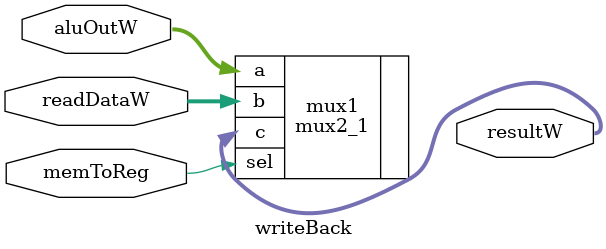
<source format=sv>
module writeBack #(parameter N=24)(input [N-1:0] readDataW, aluOutW, input memToReg, output logic [N-1:0] resultW);
	
	mux2_1 #(.N(N)) mux1(
	.a(aluOutW), 
	.b(readDataW), 
	.c(resultW), 
	.sel(memToReg));

	
endmodule 
</source>
